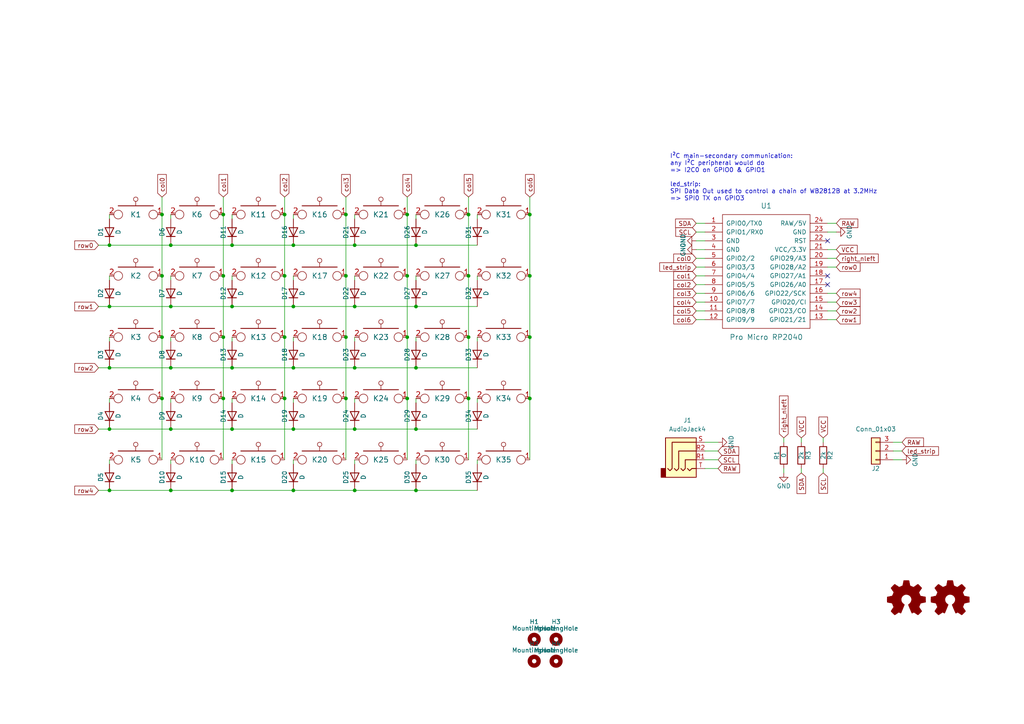
<source format=kicad_sch>
(kicad_sch (version 20211123) (generator eeschema)
  (paper "A4")
  (lib_symbols
    (symbol "Connector:AudioJack4"
      (property "Reference" "J" (at 0 8.89 0))
      (property "Value" "AudioJack4" (at 0 6.35 0))
      (symbol "AudioJack4_0_1"
        (rectangle (start -6.35 -5.08) (end -7.62 -7.62) (stroke (width 0.254)) (fill (type outline)))
        (polyline (pts (xy 0 -5.08) (xy 0.635 -5.715) (xy 1.27 -5.08) (xy 2.54 -5.08)) (stroke (width 0.254)))
        (polyline (pts (xy -5.715 -5.08) (xy -5.08 -5.715) (xy -4.445 -5.08) (xy -4.445 2.54) (xy 2.54 2.54)) (stroke (width 0.254)))
        (polyline (pts (xy -1.905 -5.08) (xy -1.27 -5.715) (xy -0.635 -5.08) (xy -0.635 -2.54) (xy 2.54 -2.54)) (stroke (width 0.254)))
        (polyline (pts (xy 2.54 0) (xy -2.54 0) (xy -2.54 -5.08) (xy -3.175 -5.715) (xy -3.81 -5.08)) (stroke (width 0.254)))
        (rectangle (start 2.54 3.81) (end -6.35 -7.62) (stroke (width 0.254)) (fill (type background)))
      )
      (symbol "AudioJack4_1_1"
        (pin passive line (at 5.08 -2.54 180) (length 2.54) (name "~") (number "R1"))
        (pin passive line (at 5.08 0 180) (length 2.54) (name "~") (number "R2"))
        (pin passive line (at 5.08 2.54 180) (length 2.54) (name "~") (number "S"))
        (pin passive line (at 5.08 -5.08 180) (length 2.54) (name "~") (number "T"))
      )
    )
    (symbol "Connector_Generic:Conn_01x03" (pin_names (offset 1.016) hide)
      (property "Reference" "J" (at 0 5.08 0))
      (property "Value" "Conn_01x03" (at 0 -5.08 0))
      (symbol "Conn_01x03_1_1"
        (rectangle (start -1.27 -2.413) (end 0 -2.667) (stroke (width 0.1524)))
        (rectangle (start -1.27 0.127) (end 0 -0.127) (stroke (width 0.1524)))
        (rectangle (start -1.27 2.667) (end 0 2.413) (stroke (width 0.1524)))
        (rectangle (start -1.27 3.81) (end 1.27 -3.81) (stroke (width 0.254)) (fill (type background)))
        (pin passive line (at -5.08 2.54 0) (length 3.81) (name "Pin_1") (number "1"))
        (pin passive line (at -5.08 0 0) (length 3.81) (name "Pin_2") (number "2"))
        (pin passive line (at -5.08 -2.54 0) (length 3.81) (name "Pin_3") (number "3"))
      )
    )
    (symbol "Device:D" (pin_numbers hide) (pin_names (offset 1.016) hide)
      (property "Reference" "D" (at 0 2.54 0))
      (property "Value" "D" (at 0 -2.54 0))
      (symbol "D_0_1"
        (polyline (pts (xy -1.27 1.27) (xy -1.27 -1.27)) (stroke (width 0.254)))
        (polyline (pts (xy 1.27 0) (xy -1.27 0)))
        (polyline (pts (xy 1.27 1.27) (xy 1.27 -1.27) (xy -1.27 0) (xy 1.27 1.27)) (stroke (width 0.254)))
      )
      (symbol "D_1_1"
        (pin passive line (at -3.81 0 0) (length 2.54) (name "K") (number "1"))
        (pin passive line (at 3.81 0 180) (length 2.54) (name "A") (number "2"))
      )
    )
    (symbol "Device:R" (pin_numbers hide) (pin_names (offset 0))
      (property "Reference" "R" (at 2.032 0 90))
      (property "Value" "R" (at 0 0 90))
      (symbol "R_0_1"
        (rectangle (start -1.016 -2.54) (end 1.016 2.54) (stroke (width 0.254)))
      )
      (symbol "R_1_1"
        (pin passive line (at 0 3.81 270) (length 1.27) (name "~") (number "1"))
        (pin passive line (at 0 -3.81 90) (length 1.27) (name "~") (number "2"))
      )
    )
    (symbol "Graphic:Logo_Open_Hardware_Small" (pin_names (offset 1.016))
      (symbol "Logo_Open_Hardware_Small_0_1"
        (polyline (pts (xy 3.3528 -4.3434) (xy 3.302 -4.318) (xy 3.175 -4.2418) (xy 2.9972 -4.1148) (xy 2.7686 -3.9624) (xy 2.54 -3.81) (xy 2.3622 -3.7084) (xy 2.2352 -3.6068) (xy 2.1844 -3.5814) (xy 2.159 -3.6068) (xy 2.0574 -3.6576) (xy 1.905 -3.7338) (xy 1.8034 -3.7846) (xy 1.6764 -3.8354) (xy 1.6002 -3.8354) (xy 1.6002 -3.8354) (xy 1.5494 -3.7338) (xy 1.4732 -3.5306) (xy 1.3462 -3.302) (xy 1.2446 -3.0226) (xy 1.1176 -2.7178) (xy 0.9652 -2.413) (xy 0.8636 -2.1082) (xy 0.7366 -1.8288) (xy 0.6604 -1.6256) (xy 0.6096 -1.4732) (xy 0.5842 -1.397) (xy 0.5842 -1.397) (xy 0.6604 -1.3208) (xy 0.7874 -1.2446) (xy 1.0414 -1.016) (xy 1.2954 -0.6858) (xy 1.4478 -0.3302) (xy 1.524 0.0762) (xy 1.4732 0.4572) (xy 1.3208 0.8128) (xy 1.0668 1.143) (xy 0.762 1.3716) (xy 0.4064 1.524) (xy 0 1.5748) (xy -0.381 1.5494) (xy -0.7366 1.397) (xy -1.0668 1.143) (xy -1.2192 0.9906) (xy -1.397 0.6604) (xy -1.524 0.3048) (xy -1.524 0.2286) (xy -1.4986 -0.1778) (xy -1.397 -0.5334) (xy -1.1938 -0.8636) (xy -0.9144 -1.143) (xy -0.8636 -1.1684) (xy -0.7366 -1.27) (xy -0.635 -1.3462) (xy -0.5842 -1.397) (xy -1.0668 -2.5908) (xy -1.143 -2.794) (xy -1.2954 -3.1242) (xy -1.397 -3.4036) (xy -1.4986 -3.6322) (xy -1.5748 -3.7846) (xy -1.6002 -3.8354) (xy -1.6002 -3.8354) (xy -1.651 -3.8354) (xy -1.7272 -3.81) (xy -1.905 -3.7338) (xy -2.0066 -3.683) (xy -2.1336 -3.6068) (xy -2.2098 -3.5814) (xy -2.2606 -3.6068) (xy -2.3622 -3.683) (xy -2.54 -3.81) (xy -2.7686 -3.9624) (xy -2.9718 -4.0894) (xy -3.1496 -4.2164) (xy -3.302 -4.318) (xy -3.3528 -4.3434) (xy -3.3782 -4.3434) (xy -3.429 -4.318) (xy -3.5306 -4.2164) (xy -3.7084 -4.064) (xy -3.937 -3.8354) (xy -3.9624 -3.81) (xy -4.1656 -3.6068) (xy -4.318 -3.4544) (xy -4.4196 -3.3274) (xy -4.445 -3.2766) (xy -4.445 -3.2766) (xy -4.4196 -3.2258) (xy -4.318 -3.0734) (xy -4.2164 -2.8956) (xy -4.064 -2.667) (xy -3.6576 -2.0828) (xy -3.8862 -1.5494) (xy -3.937 -1.3716) (xy -4.0386 -1.1684) (xy -4.0894 -1.0414) (xy -4.1148 -0.9652) (xy -4.191 -0.9398) (xy -4.318 -0.9144) (xy -4.5466 -0.8636) (xy -4.8006 -0.8128) (xy -5.0546 -0.7874) (xy -5.2578 -0.7366) (xy -5.4356 -0.7112) (xy -5.5118 -0.6858) (xy -5.5118 -0.6858) (xy -5.5372 -0.635) (xy -5.5372 -0.5588) (xy -5.5372 -0.4318) (xy -5.5626 -0.2286) (xy -5.5626 0.0762) (xy -5.5626 0.127) (xy -5.5372 0.4064) (xy -5.5372 0.635) (xy -5.5372 0.762) (xy -5.5372 0.8382) (xy -5.5372 0.8382) (xy -5.461 0.8382) (xy -5.3086 0.889) (xy -5.08 0.9144) (xy -4.826 0.9652) (xy -4.8006 0.9906) (xy -4.5466 1.0414) (xy -4.318 1.0668) (xy -4.1656 1.1176) (xy -4.0894 1.143) (xy -4.0894 1.143) (xy -4.0386 1.2446) (xy -3.9624 1.4224) (xy -3.8608 1.6256) (xy -3.7846 1.8288) (xy -3.7084 2.0066) (xy -3.6576 2.159) (xy -3.6322 2.2098) (xy -3.6322 2.2098) (xy -3.683 2.286) (xy -3.7592 2.413) (xy -3.8862 2.5908) (xy -4.064 2.8194) (xy -4.064 2.8448) (xy -4.2164 3.0734) (xy -4.3434 3.2512) (xy -4.4196 3.3782) (xy -4.445 3.4544) (xy -4.445 3.4544) (xy -4.3942 3.5052) (xy -4.2926 3.6322) (xy -4.1148 3.81) (xy -3.937 4.0132) (xy -3.8608 4.064) (xy -3.6576 4.2926) (xy -3.5052 4.4196) (xy -3.4036 4.4958) (xy -3.3528 4.5212) (xy -3.3528 4.5212) (xy -3.302 4.4704) (xy -3.1496 4.3688) (xy -2.9718 4.2418) (xy -2.7432 4.0894) (xy -2.7178 4.0894) (xy -2.4892 3.937) (xy -2.3114 3.81) (xy -2.1844 3.7084) (xy -2.1336 3.683) (xy -2.1082 3.683) (xy -2.032 3.7084) (xy -1.8542 3.7592) (xy -1.6764 3.8354) (xy -1.4732 3.937) (xy -1.27 4.0132) (xy -1.143 4.064) (xy -1.0668 4.1148) (xy -1.0668 4.1148) (xy -1.0414 4.191) (xy -1.016 4.3434) (xy -0.9652 4.572) (xy -0.9144 4.8514) (xy -0.889 4.9022) (xy -0.8382 5.1562) (xy -0.8128 5.3848) (xy -0.7874 5.5372) (xy -0.762 5.588) (xy -0.7112 5.6134) (xy -0.5842 5.6134) (xy -0.4064 5.6134) (xy -0.1524 5.6134) (xy 0.0762 5.6134) (xy 0.3302 5.6134) (xy 0.5334 5.6134) (xy 0.6858 5.588) (xy 0.7366 5.588) (xy 0.7366 5.588) (xy 0.762 5.5118) (xy 0.8128 5.334) (xy 0.8382 5.1054) (xy 0.9144 4.826) (xy 0.9144 4.7752) (xy 0.9652 4.5212) (xy 1.016 4.2926) (xy 1.0414 4.1402) (xy 1.0668 4.0894) (xy 1.0668 4.0894) (xy 1.1938 4.0386) (xy 1.3716 3.9624) (xy 1.5748 3.8608) (xy 2.0828 3.6576) (xy 2.7178 4.0894) (xy 2.7686 4.1402) (xy 2.9972 4.2926) (xy 3.175 4.4196) (xy 3.302 4.4958) (xy 3.3782 4.5212) (xy 3.3782 4.5212) (xy 3.429 4.4704) (xy 3.556 4.3434) (xy 3.7338 4.191) (xy 3.9116 3.9878) (xy 4.064 3.8354) (xy 4.2418 3.6576) (xy 4.3434 3.556) (xy 4.4196 3.4798) (xy 4.4196 3.429) (xy 4.4196 3.4036) (xy 4.3942 3.3274) (xy 4.2926 3.2004) (xy 4.1656 2.9972) (xy 4.0132 2.794) (xy 3.8862 2.5908) (xy 3.7592 2.3876) (xy 3.6576 2.2352) (xy 3.6322 2.159) (xy 3.6322 2.1336) (xy 3.683 2.0066) (xy 3.7592 1.8288) (xy 3.8608 1.6002) (xy 4.064 1.1176) (xy 4.3942 1.0414) (xy 4.5974 1.016) (xy 4.8768 0.9652) (xy 5.1308 0.9144) (xy 5.5372 0.8382) (xy 5.5626 -0.6604) (xy 5.4864 -0.6858) (xy 5.4356 -0.6858) (xy 5.2832 -0.7366) (xy 5.0546 -0.762) (xy 4.8006 -0.8128) (xy 4.5974 -0.8636) (xy 4.3688 -0.9144) (xy 4.2164 -0.9398) (xy 4.1402 -0.9398) (xy 4.1148 -0.9652) (xy 4.064 -1.0668) (xy 3.9878 -1.2446) (xy 3.9116 -1.4478) (xy 3.81 -1.651) (xy 3.7338 -1.8542) (xy 3.683 -2.0066) (xy 3.6576 -2.0828) (xy 3.683 -2.1336) (xy 3.7846 -2.2606) (xy 3.8862 -2.4638) (xy 4.0386 -2.667) (xy 4.191 -2.8956) (xy 4.318 -3.0734) (xy 4.3942 -3.2004) (xy 4.445 -3.2766) (xy 4.4196 -3.3274) (xy 4.3434 -3.429) (xy 4.1656 -3.5814) (xy 3.937 -3.8354) (xy 3.8862 -3.8608) (xy 3.683 -4.064) (xy 3.5306 -4.2164) (xy 3.4036 -4.318) (xy 3.3528 -4.3434)) (fill (type outline)))
      )
    )
    (symbol "Mechanical:MountingHole" (pin_names (offset 1.016))
      (property "Reference" "H" (at 0 5.08 0))
      (property "Value" "MountingHole" (at 0 3.175 0))
      (symbol "MountingHole_0_1"
        (circle (center 0 0) (radius 1.27) (stroke (width 1.27)))
      )
    )
    (symbol "power:GND" (power) (pin_names (offset 0))
      (property "Value" "GND" (at 0 -3.81 0))
      (symbol "GND_0_1"
        (polyline (pts (xy 0 0) (xy 0 -1.27) (xy 1.27 -1.27) (xy 0 -2.54) (xy -1.27 -1.27) (xy 0 -1.27)))
      )
      (symbol "GND_1_1"
        (pin power_in line (at 0 0 270) (length 0) hide (name "GND") (number "1"))
      )
    )
    (symbol "wilskeeb-parts:KEYSW" (pin_names (offset 1.016))
      (property "Reference" "K?" (at 0 0 0))
      (symbol "KEYSW_0_1"
        (circle (center -5.08 0) (radius 1.27))
        (polyline (pts (xy -5.08 2.54) (xy 5.08 2.54)) (stroke (width 0.254)))
        (polyline (pts (xy 0 2.54) (xy 0 3.81)) (stroke (width 0.1524)))
        (circle (center 0 4.445) (radius 0.635) (stroke (width 0.1524)))
        (circle (center 5.08 0) (radius 1.27))
      )
      (symbol "KEYSW_1_1"
        (pin passive line (at 7.62 0 180) (length 1.27) (name "~") (number "1"))
        (pin passive line (at -7.62 0 0) (length 1.27) (name "~") (number "2"))
      )
    )
    (symbol "wilskeeb-parts:Pro Micro RP2040" (pin_names (offset 1.016))
      (property "Reference" "U?" (at 0 24.13 0))
      (property "Value" "Pro Micro RP2040" (at 0 -13.97 0))
      (symbol "Pro Micro RP2040_0_1"
        (rectangle (start -12.7 21.59) (end 12.7 -11.43))
      )
      (symbol "Pro Micro RP2040_1_1"
        (pin bidirectional line (at -17.78 19.05 0) (length 5.08) (name "GPIO0/TX0") (number "1"))
        (pin bidirectional line (at -17.78 -3.81 0) (length 5.08) (name "GPIO7/7") (number "10"))
        (pin bidirectional line (at -17.78 -6.35 0) (length 5.08) (name "GPIO8/8") (number "11"))
        (pin bidirectional line (at -17.78 -8.89 0) (length 5.08) (name "GPIO9/9") (number "12"))
        (pin bidirectional line (at 17.78 -8.89 180) (length 5.08) (name "GPIO21/21") (number "13"))
        (pin bidirectional line (at 17.78 -6.35 180) (length 5.08) (name "GPIO23/CO") (number "14"))
        (pin bidirectional line (at 17.78 -3.81 180) (length 5.08) (name "GPIO20/CI") (number "15"))
        (pin bidirectional line (at 17.78 -1.27 180) (length 5.08) (name "GPIO22/SCK") (number "16"))
        (pin bidirectional line (at 17.78 1.27 180) (length 5.08) (name "GPIO26/A0") (number "17"))
        (pin bidirectional line (at 17.78 3.81 180) (length 5.08) (name "GPIO27/A1") (number "18"))
        (pin bidirectional line (at 17.78 6.35 180) (length 5.08) (name "GPIO28/A2") (number "19"))
        (pin bidirectional line (at -17.78 16.51 0) (length 5.08) (name "GPIO1/RX0") (number "2"))
        (pin bidirectional line (at 17.78 8.89 180) (length 5.08) (name "GPIO29/A3") (number "20"))
        (pin power_out line (at 17.78 11.43 180) (length 5.08) (name "VCC/3.3V") (number "21"))
        (pin input line (at 17.78 13.97 180) (length 5.08) (name "RST") (number "22"))
        (pin power_out line (at 17.78 16.51 180) (length 5.08) (name "GND") (number "23"))
        (pin power_out line (at 17.78 19.05 180) (length 5.08) (name "RAW/5V") (number "24"))
        (pin power_in line (at -17.78 13.97 0) (length 5.08) (name "GND") (number "3"))
        (pin power_in line (at -17.78 11.43 0) (length 5.08) (name "GND") (number "4"))
        (pin bidirectional line (at -17.78 8.89 0) (length 5.08) (name "GPIO2/2") (number "5"))
        (pin bidirectional line (at -17.78 6.35 0) (length 5.08) (name "GPIO3/3") (number "6"))
        (pin bidirectional line (at -17.78 3.81 0) (length 5.08) (name "GPIO4/4") (number "7"))
        (pin bidirectional line (at -17.78 1.27 0) (length 5.08) (name "GPIO5/5") (number "8"))
        (pin bidirectional line (at -17.78 -1.27 0) (length 5.08) (name "GPIO6/6") (number "9"))
      )
    )
  )
  (junction (at 153.67 115.57) (diameter 0.9144))
  (junction (at 120.65 142.24) (diameter 0.9144))
  (junction (at 153.67 80.01) (diameter 0.9144))
  (junction (at 49.53 106.68) (diameter 0.9144))
  (junction (at 118.11 97.79) (diameter 0.9144))
  (junction (at 135.89 62.23) (diameter 0.9144))
  (junction (at 153.67 62.23) (diameter 0.9144))
  (junction (at 82.55 115.57) (diameter 0.9144))
  (junction (at 85.09 124.46) (diameter 0.9144))
  (junction (at 85.09 88.9) (diameter 0.9144))
  (junction (at 82.55 80.01) (diameter 0.9144))
  (junction (at 31.75 124.46) (diameter 0.9144))
  (junction (at 67.31 106.68) (diameter 0.9144))
  (junction (at 64.77 80.01) (diameter 0.9144))
  (junction (at 118.11 115.57) (diameter 0.9144))
  (junction (at 67.31 71.12) (diameter 0.9144))
  (junction (at 85.09 142.24) (diameter 0.9144))
  (junction (at 100.33 80.01) (diameter 0.9144))
  (junction (at 49.53 124.46) (diameter 0.9144))
  (junction (at 31.75 106.68) (diameter 0.9144))
  (junction (at 102.87 106.68) (diameter 0.9144))
  (junction (at 67.31 142.24) (diameter 0.9144))
  (junction (at 102.87 142.24) (diameter 0.9144))
  (junction (at 46.99 80.01) (diameter 0.9144))
  (junction (at 102.87 124.46) (diameter 0.9144))
  (junction (at 120.65 124.46) (diameter 0.9144))
  (junction (at 118.11 80.01) (diameter 0.9144))
  (junction (at 49.53 88.9) (diameter 0.9144))
  (junction (at 49.53 71.12) (diameter 0.9144))
  (junction (at 82.55 62.23) (diameter 0.9144))
  (junction (at 64.77 97.79) (diameter 0.9144))
  (junction (at 120.65 106.68) (diameter 0.9144))
  (junction (at 85.09 106.68) (diameter 0.9144))
  (junction (at 135.89 115.57) (diameter 0.9144))
  (junction (at 100.33 97.79) (diameter 0.9144))
  (junction (at 100.33 115.57) (diameter 0.9144))
  (junction (at 100.33 62.23) (diameter 0.9144))
  (junction (at 31.75 88.9) (diameter 0.9144))
  (junction (at 118.11 62.23) (diameter 0.9144))
  (junction (at 31.75 142.24) (diameter 0.9144))
  (junction (at 64.77 62.23) (diameter 0.9144))
  (junction (at 102.87 71.12) (diameter 0.9144))
  (junction (at 135.89 97.79) (diameter 0.9144))
  (junction (at 82.55 97.79) (diameter 0.9144))
  (junction (at 135.89 80.01) (diameter 0.9144))
  (junction (at 85.09 71.12) (diameter 0.9144))
  (junction (at 31.75 71.12) (diameter 0.9144))
  (junction (at 46.99 115.57) (diameter 0.9144))
  (junction (at 64.77 115.57) (diameter 0.9144))
  (junction (at 46.99 97.79) (diameter 0.9144))
  (junction (at 67.31 124.46) (diameter 0.9144))
  (junction (at 67.31 88.9) (diameter 0.9144))
  (junction (at 102.87 88.9) (diameter 0.9144))
  (junction (at 46.99 62.23) (diameter 0.9144))
  (junction (at 49.53 142.24) (diameter 0.9144))
  (junction (at 120.65 71.12) (diameter 0.9144))
  (junction (at 120.65 88.9) (diameter 0.9144))
  (junction (at 153.67 97.79) (diameter 0.9144))
  (no_connect (at 240.03 69.85))
  (no_connect (at 240.03 80.01))
  (no_connect (at 240.03 82.55))
  (wire (pts (xy 232.41 128.27) (xy 232.41 127)))
  (wire (pts (xy 102.87 106.68) (xy 85.09 106.68)))
  (wire (pts (xy 67.31 133.35) (xy 67.31 134.62)))
  (wire (pts (xy 138.43 106.68) (xy 120.65 106.68)))
  (wire (pts (xy 201.93 87.63) (xy 204.47 87.63)))
  (wire (pts (xy 201.93 69.85) (xy 204.47 69.85)))
  (wire (pts (xy 49.53 142.24) (xy 67.31 142.24)))
  (wire (pts (xy 49.53 88.9) (xy 31.75 88.9)))
  (wire (pts (xy 49.53 115.57) (xy 49.53 116.84)))
  (wire (pts (xy 31.75 124.46) (xy 49.53 124.46)))
  (wire (pts (xy 204.47 82.55) (xy 201.93 82.55)))
  (wire (pts (xy 85.09 88.9) (xy 67.31 88.9)))
  (wire (pts (xy 82.55 57.15) (xy 82.55 62.23)))
  (wire (pts (xy 82.55 62.23) (xy 82.55 80.01)))
  (wire (pts (xy 82.55 80.01) (xy 82.55 97.79)))
  (wire (pts (xy 82.55 97.79) (xy 82.55 115.57)))
  (wire (pts (xy 82.55 115.57) (xy 82.55 133.35)))
  (wire (pts (xy 85.09 124.46) (xy 67.31 124.46)))
  (wire (pts (xy 240.03 72.39) (xy 242.57 72.39)))
  (wire (pts (xy 120.65 97.79) (xy 120.65 99.06)))
  (wire (pts (xy 31.75 80.01) (xy 31.75 81.28)))
  (wire (pts (xy 120.65 71.12) (xy 138.43 71.12)))
  (wire (pts (xy 259.08 130.81) (xy 261.62 130.81)))
  (wire (pts (xy 31.75 106.68) (xy 49.53 106.68)))
  (wire (pts (xy 49.53 97.79) (xy 49.53 99.06)))
  (wire (pts (xy 102.87 71.12) (xy 85.09 71.12)))
  (wire (pts (xy 28.575 124.46) (xy 31.75 124.46)))
  (wire (pts (xy 120.65 142.24) (xy 138.43 142.24)))
  (wire (pts (xy 240.03 67.31) (xy 242.57 67.31)))
  (wire (pts (xy 85.09 71.12) (xy 67.31 71.12)))
  (wire (pts (xy 227.33 127) (xy 227.33 128.27)))
  (wire (pts (xy 120.65 80.01) (xy 120.65 81.28)))
  (wire (pts (xy 85.09 115.57) (xy 85.09 116.84)))
  (wire (pts (xy 204.47 74.93) (xy 201.93 74.93)))
  (wire (pts (xy 238.76 137.16) (xy 238.76 135.89)))
  (wire (pts (xy 49.53 62.23) (xy 49.53 63.5)))
  (wire (pts (xy 120.65 106.68) (xy 102.87 106.68)))
  (wire (pts (xy 102.87 97.79) (xy 102.87 99.06)))
  (wire (pts (xy 204.47 85.09) (xy 201.93 85.09)))
  (wire (pts (xy 64.77 57.15) (xy 64.77 62.23)))
  (wire (pts (xy 64.77 62.23) (xy 64.77 80.01)))
  (wire (pts (xy 64.77 80.01) (xy 64.77 97.79)))
  (wire (pts (xy 64.77 97.79) (xy 64.77 115.57)))
  (wire (pts (xy 64.77 115.57) (xy 64.77 133.35)))
  (wire (pts (xy 227.33 137.16) (xy 227.33 135.89)))
  (wire (pts (xy 102.87 142.24) (xy 120.65 142.24)))
  (wire (pts (xy 208.28 128.27) (xy 204.47 128.27)))
  (wire (pts (xy 138.43 80.01) (xy 138.43 81.28)))
  (wire (pts (xy 102.87 115.57) (xy 102.87 116.84)))
  (wire (pts (xy 85.09 62.23) (xy 85.09 63.5)))
  (wire (pts (xy 28.575 106.68) (xy 31.75 106.68)))
  (wire (pts (xy 67.31 97.79) (xy 67.31 99.06)))
  (wire (pts (xy 201.93 92.71) (xy 204.47 92.71)))
  (wire (pts (xy 240.03 90.17) (xy 242.57 90.17)))
  (wire (pts (xy 49.53 133.35) (xy 49.53 134.62)))
  (wire (pts (xy 102.87 80.01) (xy 102.87 81.28)))
  (wire (pts (xy 120.65 133.35) (xy 120.65 134.62)))
  (wire (pts (xy 85.09 97.79) (xy 85.09 99.06)))
  (wire (pts (xy 120.65 88.9) (xy 138.43 88.9)))
  (wire (pts (xy 85.09 106.68) (xy 67.31 106.68)))
  (wire (pts (xy 31.75 97.79) (xy 31.75 99.06)))
  (wire (pts (xy 67.31 71.12) (xy 49.53 71.12)))
  (wire (pts (xy 232.41 137.16) (xy 232.41 135.89)))
  (wire (pts (xy 46.99 57.15) (xy 46.99 62.23)))
  (wire (pts (xy 46.99 62.23) (xy 46.99 80.01)))
  (wire (pts (xy 46.99 80.01) (xy 46.99 97.79)))
  (wire (pts (xy 46.99 97.79) (xy 46.99 115.57)))
  (wire (pts (xy 46.99 115.57) (xy 46.99 133.35)))
  (wire (pts (xy 261.62 128.27) (xy 259.08 128.27)))
  (wire (pts (xy 28.575 71.12) (xy 31.75 71.12)))
  (wire (pts (xy 85.09 133.35) (xy 85.09 134.62)))
  (wire (pts (xy 67.31 115.57) (xy 67.31 116.84)))
  (wire (pts (xy 204.47 130.81) (xy 208.28 130.81)))
  (wire (pts (xy 201.93 77.47) (xy 204.47 77.47)))
  (wire (pts (xy 85.09 80.01) (xy 85.09 81.28)))
  (wire (pts (xy 85.09 142.24) (xy 102.87 142.24)))
  (wire (pts (xy 240.03 87.63) (xy 242.57 87.63)))
  (wire (pts (xy 153.67 57.15) (xy 153.67 62.23)))
  (wire (pts (xy 153.67 62.23) (xy 153.67 80.01)))
  (wire (pts (xy 153.67 80.01) (xy 153.67 97.79)))
  (wire (pts (xy 153.67 97.79) (xy 153.67 115.57)))
  (wire (pts (xy 153.67 115.57) (xy 153.67 133.35)))
  (wire (pts (xy 204.47 67.31) (xy 201.93 67.31)))
  (wire (pts (xy 240.03 77.47) (xy 242.57 77.47)))
  (wire (pts (xy 67.31 106.68) (xy 49.53 106.68)))
  (wire (pts (xy 204.47 72.39) (xy 201.93 72.39)))
  (wire (pts (xy 204.47 90.17) (xy 201.93 90.17)))
  (wire (pts (xy 138.43 133.35) (xy 138.43 134.62)))
  (wire (pts (xy 259.08 133.35) (xy 261.62 133.35)))
  (wire (pts (xy 138.43 115.57) (xy 138.43 116.84)))
  (wire (pts (xy 31.75 133.35) (xy 31.75 134.62)))
  (wire (pts (xy 102.87 88.9) (xy 85.09 88.9)))
  (wire (pts (xy 31.75 142.24) (xy 49.53 142.24)))
  (wire (pts (xy 138.43 62.23) (xy 138.43 63.5)))
  (wire (pts (xy 138.43 97.79) (xy 138.43 99.06)))
  (wire (pts (xy 100.33 57.15) (xy 100.33 62.23)))
  (wire (pts (xy 100.33 62.23) (xy 100.33 80.01)))
  (wire (pts (xy 100.33 80.01) (xy 100.33 97.79)))
  (wire (pts (xy 100.33 97.79) (xy 100.33 115.57)))
  (wire (pts (xy 100.33 115.57) (xy 100.33 133.35)))
  (wire (pts (xy 102.87 124.46) (xy 85.09 124.46)))
  (wire (pts (xy 120.65 124.46) (xy 138.43 124.46)))
  (wire (pts (xy 208.28 135.89) (xy 204.47 135.89)))
  (wire (pts (xy 204.47 64.77) (xy 201.93 64.77)))
  (wire (pts (xy 240.03 85.09) (xy 242.57 85.09)))
  (wire (pts (xy 31.75 115.57) (xy 31.75 116.84)))
  (wire (pts (xy 102.87 71.12) (xy 120.65 71.12)))
  (wire (pts (xy 240.03 74.93) (xy 242.57 74.93)))
  (wire (pts (xy 238.76 128.27) (xy 238.76 127)))
  (wire (pts (xy 240.03 92.71) (xy 242.57 92.71)))
  (wire (pts (xy 49.53 71.12) (xy 31.75 71.12)))
  (wire (pts (xy 204.47 133.35) (xy 208.28 133.35)))
  (wire (pts (xy 120.65 62.23) (xy 120.65 63.5)))
  (wire (pts (xy 28.575 88.9) (xy 31.75 88.9)))
  (wire (pts (xy 120.65 124.46) (xy 102.87 124.46)))
  (wire (pts (xy 28.575 142.24) (xy 31.75 142.24)))
  (wire (pts (xy 102.87 88.9) (xy 120.65 88.9)))
  (wire (pts (xy 240.03 64.77) (xy 242.57 64.77)))
  (wire (pts (xy 135.89 57.15) (xy 135.89 62.23)))
  (wire (pts (xy 135.89 62.23) (xy 135.89 80.01)))
  (wire (pts (xy 135.89 80.01) (xy 135.89 97.79)))
  (wire (pts (xy 135.89 97.79) (xy 135.89 115.57)))
  (wire (pts (xy 135.89 115.57) (xy 135.89 133.35)))
  (wire (pts (xy 67.31 142.24) (xy 85.09 142.24)))
  (wire (pts (xy 120.65 115.57) (xy 120.65 116.84)))
  (wire (pts (xy 118.11 57.15) (xy 118.11 62.23)))
  (wire (pts (xy 118.11 62.23) (xy 118.11 80.01)))
  (wire (pts (xy 118.11 80.01) (xy 118.11 97.79)))
  (wire (pts (xy 118.11 97.79) (xy 118.11 115.57)))
  (wire (pts (xy 118.11 115.57) (xy 118.11 133.35)))
  (wire (pts (xy 67.31 88.9) (xy 49.53 88.9)))
  (wire (pts (xy 31.75 62.23) (xy 31.75 63.5)))
  (wire (pts (xy 49.53 80.01) (xy 49.53 81.28)))
  (wire (pts (xy 67.31 80.01) (xy 67.31 81.28)))
  (wire (pts (xy 67.31 124.46) (xy 49.53 124.46)))
  (wire (pts (xy 67.31 62.23) (xy 67.31 63.5)))
  (wire (pts (xy 102.87 62.23) (xy 102.87 63.5)))
  (wire (pts (xy 204.47 80.01) (xy 201.93 80.01)))
  (wire (pts (xy 102.87 133.35) (xy 102.87 134.62)))
  (text "I²C main-secondary communication:\nany I²C peripheral would do\n=> I2C0 on GPIO0 & GPIO1\n\nled_strip: \nSPI Data Out used to control a chain of WB2812B at 3.2MHz\n=> SPI0 TX on GPIO3" (at 194.31 58.42 0) (effects (font (size 1.27 1.27)) (justify left bottom)))
  (global_label "SCL" (shape input) (at 238.76 137.16 270) (property "Intersheet References" "${INTERSHEET_REFS}" (effects hide)))
  (global_label "SDA" (shape input) (at 208.28 130.81 0) (property "Intersheet References" "${INTERSHEET_REFS}" (effects hide)))
  (global_label "row0" (shape input) (at 28.575 71.12 180) (property "Intersheet References" "${INTERSHEET_REFS}" (effects hide)))
  (global_label "led_strip" (shape input) (at 201.93 77.47 180) (property "Intersheet References" "${INTERSHEET_REFS}" (effects hide)))
  (global_label "row0" (shape input) (at 242.57 77.47 0) (property "Intersheet References" "${INTERSHEET_REFS}" (effects hide)))
  (global_label "VCC" (shape input) (at 232.41 127 90) (property "Intersheet References" "${INTERSHEET_REFS}" (effects hide)))
  (global_label "col4" (shape input) (at 201.93 87.63 180) (property "Intersheet References" "${INTERSHEET_REFS}" (effects hide)))
  (global_label "SCL" (shape input) (at 201.93 67.31 180) (property "Intersheet References" "${INTERSHEET_REFS}" (effects hide)))
  (global_label "right_nleft" (shape input) (at 242.57 74.93 0) (property "Intersheet References" "${INTERSHEET_REFS}" (effects hide)))
  (global_label "col4" (shape input) (at 118.11 57.15 90) (property "Intersheet References" "${INTERSHEET_REFS}" (effects hide)))
  (global_label "row3" (shape input) (at 28.575 124.46 180) (property "Intersheet References" "${INTERSHEET_REFS}" (effects hide)))
  (global_label "VCC" (shape input) (at 242.57 72.39 0) (property "Intersheet References" "${INTERSHEET_REFS}" (effects hide)))
  (global_label "row4" (shape input) (at 28.575 142.24 180) (property "Intersheet References" "${INTERSHEET_REFS}" (effects hide)))
  (global_label "col5" (shape input) (at 135.89 57.15 90) (property "Intersheet References" "${INTERSHEET_REFS}" (effects hide)))
  (global_label "col1" (shape input) (at 64.77 57.15 90) (property "Intersheet References" "${INTERSHEET_REFS}" (effects hide)))
  (global_label "row4" (shape input) (at 242.57 85.09 0) (property "Intersheet References" "${INTERSHEET_REFS}" (effects hide)))
  (global_label "col5" (shape input) (at 201.93 90.17 180) (property "Intersheet References" "${INTERSHEET_REFS}" (effects hide)))
  (global_label "right_nleft" (shape input) (at 227.33 127 90) (property "Intersheet References" "${INTERSHEET_REFS}" (effects hide)))
  (global_label "row2" (shape input) (at 242.57 90.17 0) (property "Intersheet References" "${INTERSHEET_REFS}" (effects hide)))
  (global_label "col0" (shape input) (at 46.99 57.15 90) (property "Intersheet References" "${INTERSHEET_REFS}" (effects hide)))
  (global_label "row1" (shape input) (at 28.575 88.9 180) (property "Intersheet References" "${INTERSHEET_REFS}" (effects hide)))
  (global_label "row2" (shape input) (at 28.575 106.68 180) (property "Intersheet References" "${INTERSHEET_REFS}" (effects hide)))
  (global_label "col6" (shape input) (at 201.93 92.71 180) (property "Intersheet References" "${INTERSHEET_REFS}" (effects hide)))
  (global_label "RAW" (shape input) (at 208.28 135.89 0) (property "Intersheet References" "${INTERSHEET_REFS}" (effects hide)))
  (global_label "led_strip" (shape input) (at 261.62 130.81 0) (property "Intersheet References" "${INTERSHEET_REFS}" (effects hide)))
  (global_label "col3" (shape input) (at 201.93 85.09 180) (property "Intersheet References" "${INTERSHEET_REFS}" (effects hide)))
  (global_label "col0" (shape input) (at 201.93 74.93 180) (property "Intersheet References" "${INTERSHEET_REFS}" (effects hide)))
  (global_label "SDA" (shape input) (at 201.93 64.77 180) (property "Intersheet References" "${INTERSHEET_REFS}" (effects hide)))
  (global_label "col2" (shape input) (at 201.93 82.55 180) (property "Intersheet References" "${INTERSHEET_REFS}" (effects hide)))
  (global_label "RAW" (shape input) (at 242.57 64.77 0) (property "Intersheet References" "${INTERSHEET_REFS}" (effects hide)))
  (global_label "col3" (shape input) (at 100.33 57.15 90) (property "Intersheet References" "${INTERSHEET_REFS}" (effects hide)))
  (global_label "col6" (shape input) (at 153.67 57.15 90) (property "Intersheet References" "${INTERSHEET_REFS}" (effects hide)))
  (global_label "SCL" (shape input) (at 208.28 133.35 0) (property "Intersheet References" "${INTERSHEET_REFS}" (effects hide)))
  (global_label "row3" (shape input) (at 242.57 87.63 0) (property "Intersheet References" "${INTERSHEET_REFS}" (effects hide)))
  (global_label "VCC" (shape input) (at 238.76 127 90) (property "Intersheet References" "${INTERSHEET_REFS}" (effects hide)))
  (global_label "RAW" (shape input) (at 261.62 128.27 0) (property "Intersheet References" "${INTERSHEET_REFS}" (effects hide)))
  (global_label "col1" (shape input) (at 201.93 80.01 180) (property "Intersheet References" "${INTERSHEET_REFS}" (effects hide)))
  (global_label "SDA" (shape input) (at 232.41 137.16 270) (property "Intersheet References" "${INTERSHEET_REFS}" (effects hide)))
  (global_label "row1" (shape input) (at 242.57 92.71 0) (property "Intersheet References" "${INTERSHEET_REFS}" (effects hide)))
  (global_label "col2" (shape input) (at 82.55 57.15 90) (property "Intersheet References" "${INTERSHEET_REFS}" (effects hide)))
  (symbol (lib_id "wilskeeb-parts:Pro Micro RP2040") (at 222.25 83.82 0) (unit 1)
    (property "Reference" "U1" (at 222.25 59.69 0) (effects (font (size 1.524 1.524))))
    (property "Value" "Pro Micro RP2040" (at 222.25 97.79 0) (effects (font (size 1.524 1.524))))
    (property "Footprint" "wilskeeb-parts:ProMicro-Reversible" (effects hide))
    (property "Datasheet" "https://cdn.sparkfun.com/assets/e/2/7/6/b/ProMicroRP2040_Graphical_Datasheet.pdf" (effects hide))
  )
  (symbol (lib_id "wilskeeb-parts:KEYSW") (at 39.37 62.23 0) (unit 1)
    (property "Reference" "K1" (at 39.37 62.23 0) (effects (font (size 1.524 1.524))))
    (property "Value" "KEYSW" (effects hide))
    (property "Footprint" "wilskeeb-parts:PG1350-1u-Reversible" (effects hide))
  )
  (symbol (lib_id "Device:D") (at 31.75 67.31 90) (unit 1)
    (property "Reference" "D1" (at 29.21 67.31 0))
    (property "Value" "D" (at 34.29 67.31 0))
    (property "Footprint" "wilskeeb-parts:Diode-Hybrid-Reversible" (effects hide))
  )
  (symbol (lib_id "power:GND") (at 227.33 137.16 0) (unit 1)
    (property "Reference" "#PWR04" (effects hide))
    (property "Value" "GND" (at 227.33 140.97 0))
  )
  (symbol (lib_id "power:GND") (at 242.57 67.31 90) (unit 1)
    (property "Reference" "#PWR05" (effects hide))
    (property "Value" "GND" (at 246.38 67.31 0))
  )
  (symbol (lib_id "wilskeeb-parts:KEYSW") (at 57.15 62.23 0) (unit 1)
    (property "Reference" "K6" (at 57.15 62.23 0) (effects (font (size 1.524 1.524))))
    (property "Value" "KEYSW" (effects hide))
    (property "Footprint" "wilskeeb-parts:PG1350-1u-Reversible" (effects hide))
  )
  (symbol (lib_id "Device:D") (at 49.53 67.31 90) (unit 1)
    (property "Reference" "D6" (at 46.99 67.31 0))
    (property "Value" "D" (at 52.07 67.31 0))
    (property "Footprint" "wilskeeb-parts:Diode-Hybrid-Reversible" (effects hide))
  )
  (symbol (lib_id "wilskeeb-parts:KEYSW") (at 74.93 62.23 0) (unit 1)
    (property "Reference" "K11" (at 74.93 62.23 0) (effects (font (size 1.524 1.524))))
    (property "Value" "KEYSW" (effects hide))
    (property "Footprint" "wilskeeb-parts:PG1350-1u-Reversible" (effects hide))
  )
  (symbol (lib_id "Device:D") (at 67.31 67.31 90) (unit 1)
    (property "Reference" "D11" (at 64.77 67.31 0))
    (property "Value" "D" (at 69.85 67.31 0))
    (property "Footprint" "wilskeeb-parts:Diode-Hybrid-Reversible" (effects hide))
  )
  (symbol (lib_id "wilskeeb-parts:KEYSW") (at 92.71 62.23 0) (unit 1)
    (property "Reference" "K16" (at 92.71 62.23 0) (effects (font (size 1.524 1.524))))
    (property "Value" "KEYSW" (effects hide))
    (property "Footprint" "wilskeeb-parts:PG1350-1u-Reversible" (effects hide))
  )
  (symbol (lib_id "Device:D") (at 85.09 67.31 90) (unit 1)
    (property "Reference" "D16" (at 82.55 67.31 0))
    (property "Value" "D" (at 87.63 67.31 0))
    (property "Footprint" "wilskeeb-parts:Diode-Hybrid-Reversible" (effects hide))
  )
  (symbol (lib_id "wilskeeb-parts:KEYSW") (at 110.49 62.23 0) (unit 1)
    (property "Reference" "K21" (at 110.49 62.23 0) (effects (font (size 1.524 1.524))))
    (property "Value" "KEYSW" (effects hide))
    (property "Footprint" "wilskeeb-parts:PG1350-1u-Reversible" (effects hide))
  )
  (symbol (lib_id "Device:D") (at 102.87 67.31 90) (unit 1)
    (property "Reference" "D21" (at 100.33 67.31 0))
    (property "Value" "D" (at 105.41 67.31 0))
    (property "Footprint" "wilskeeb-parts:Diode-Hybrid-Reversible" (effects hide))
  )
  (symbol (lib_id "wilskeeb-parts:KEYSW") (at 128.27 62.23 0) (unit 1)
    (property "Reference" "K26" (at 128.27 62.23 0) (effects (font (size 1.524 1.524))))
    (property "Value" "KEYSW" (effects hide))
    (property "Footprint" "wilskeeb-parts:PG1350-1u-Reversible" (effects hide))
  )
  (symbol (lib_id "Device:D") (at 120.65 67.31 90) (unit 1)
    (property "Reference" "D26" (at 118.11 67.31 0))
    (property "Value" "D" (at 123.19 67.31 0))
    (property "Footprint" "wilskeeb-parts:Diode-Hybrid-Reversible" (effects hide))
  )
  (symbol (lib_id "wilskeeb-parts:KEYSW") (at 39.37 80.01 0) (unit 1)
    (property "Reference" "K2" (at 39.37 80.01 0) (effects (font (size 1.524 1.524))))
    (property "Value" "KEYSW" (effects hide))
    (property "Footprint" "wilskeeb-parts:PG1350-1u-Reversible" (effects hide))
  )
  (symbol (lib_id "Device:D") (at 31.75 85.09 90) (unit 1)
    (property "Reference" "D2" (at 29.21 85.09 0))
    (property "Value" "D" (at 34.29 85.09 0))
    (property "Footprint" "wilskeeb-parts:Diode-Hybrid-Reversible" (effects hide))
  )
  (symbol (lib_id "wilskeeb-parts:KEYSW") (at 57.15 80.01 0) (unit 1)
    (property "Reference" "K7" (at 57.15 80.01 0) (effects (font (size 1.524 1.524))))
    (property "Value" "KEYSW" (effects hide))
    (property "Footprint" "wilskeeb-parts:PG1350-1u-Reversible" (effects hide))
  )
  (symbol (lib_id "Device:D") (at 49.53 85.09 90) (unit 1)
    (property "Reference" "D7" (at 46.99 85.09 0))
    (property "Value" "D" (at 52.07 85.09 0))
    (property "Footprint" "wilskeeb-parts:Diode-Hybrid-Reversible" (effects hide))
  )
  (symbol (lib_id "wilskeeb-parts:KEYSW") (at 74.93 80.01 0) (unit 1)
    (property "Reference" "K12" (at 74.93 80.01 0) (effects (font (size 1.524 1.524))))
    (property "Value" "KEYSW" (effects hide))
    (property "Footprint" "wilskeeb-parts:PG1350-1u-Reversible" (effects hide))
  )
  (symbol (lib_id "Device:D") (at 67.31 85.09 90) (unit 1)
    (property "Reference" "D12" (at 64.77 85.09 0))
    (property "Value" "D" (at 69.85 85.09 0))
    (property "Footprint" "wilskeeb-parts:Diode-Hybrid-Reversible" (effects hide))
  )
  (symbol (lib_id "wilskeeb-parts:KEYSW") (at 92.71 80.01 0) (unit 1)
    (property "Reference" "K17" (at 92.71 80.01 0) (effects (font (size 1.524 1.524))))
    (property "Value" "KEYSW" (effects hide))
    (property "Footprint" "wilskeeb-parts:PG1350-1u-Reversible" (effects hide))
  )
  (symbol (lib_id "Device:D") (at 85.09 85.09 90) (unit 1)
    (property "Reference" "D17" (at 82.55 85.09 0))
    (property "Value" "D" (at 87.63 85.09 0))
    (property "Footprint" "wilskeeb-parts:Diode-Hybrid-Reversible" (effects hide))
  )
  (symbol (lib_id "wilskeeb-parts:KEYSW") (at 110.49 80.01 0) (unit 1)
    (property "Reference" "K22" (at 110.49 80.01 0) (effects (font (size 1.524 1.524))))
    (property "Value" "KEYSW" (effects hide))
    (property "Footprint" "wilskeeb-parts:PG1350-1u-Reversible" (effects hide))
  )
  (symbol (lib_id "Device:D") (at 102.87 85.09 90) (unit 1)
    (property "Reference" "D22" (at 100.33 85.09 0))
    (property "Value" "D" (at 105.41 85.09 0))
    (property "Footprint" "wilskeeb-parts:Diode-Hybrid-Reversible" (effects hide))
  )
  (symbol (lib_id "wilskeeb-parts:KEYSW") (at 128.27 80.01 0) (unit 1)
    (property "Reference" "K27" (at 128.27 80.01 0) (effects (font (size 1.524 1.524))))
    (property "Value" "KEYSW" (effects hide))
    (property "Footprint" "wilskeeb-parts:PG1350-1u-Reversible" (effects hide))
  )
  (symbol (lib_id "Device:D") (at 120.65 85.09 90) (unit 1)
    (property "Reference" "D27" (at 118.11 85.09 0))
    (property "Value" "D" (at 123.19 85.09 0))
    (property "Footprint" "wilskeeb-parts:Diode-Hybrid-Reversible" (effects hide))
  )
  (symbol (lib_id "wilskeeb-parts:KEYSW") (at 39.37 97.79 0) (unit 1)
    (property "Reference" "K3" (at 39.37 97.79 0) (effects (font (size 1.524 1.524))))
    (property "Value" "KEYSW" (effects hide))
    (property "Footprint" "wilskeeb-parts:PG1350-1u-Reversible" (effects hide))
  )
  (symbol (lib_id "Device:D") (at 31.75 102.87 90) (unit 1)
    (property "Reference" "D3" (at 29.21 102.87 0))
    (property "Value" "D" (at 34.29 102.87 0))
    (property "Footprint" "wilskeeb-parts:Diode-Hybrid-Reversible" (effects hide))
  )
  (symbol (lib_id "wilskeeb-parts:KEYSW") (at 57.15 97.79 0) (unit 1)
    (property "Reference" "K8" (at 57.15 97.79 0) (effects (font (size 1.524 1.524))))
    (property "Value" "KEYSW" (effects hide))
    (property "Footprint" "wilskeeb-parts:PG1350-1u-Reversible" (effects hide))
  )
  (symbol (lib_id "Device:D") (at 49.53 102.87 90) (unit 1)
    (property "Reference" "D8" (at 46.99 102.87 0))
    (property "Value" "D" (at 52.07 102.87 0))
    (property "Footprint" "wilskeeb-parts:Diode-Hybrid-Reversible" (effects hide))
  )
  (symbol (lib_id "wilskeeb-parts:KEYSW") (at 74.93 97.79 0) (unit 1)
    (property "Reference" "K13" (at 74.93 97.79 0) (effects (font (size 1.524 1.524))))
    (property "Value" "KEYSW" (effects hide))
    (property "Footprint" "wilskeeb-parts:PG1350-1u-Reversible" (effects hide))
  )
  (symbol (lib_id "Device:D") (at 67.31 102.87 90) (unit 1)
    (property "Reference" "D13" (at 64.77 102.87 0))
    (property "Value" "D" (at 69.85 102.87 0))
    (property "Footprint" "wilskeeb-parts:Diode-Hybrid-Reversible" (effects hide))
  )
  (symbol (lib_id "wilskeeb-parts:KEYSW") (at 92.71 97.79 0) (unit 1)
    (property "Reference" "K18" (at 92.71 97.79 0) (effects (font (size 1.524 1.524))))
    (property "Value" "KEYSW" (effects hide))
    (property "Footprint" "wilskeeb-parts:PG1350-1u-Reversible" (effects hide))
  )
  (symbol (lib_id "Device:D") (at 85.09 102.87 90) (unit 1)
    (property "Reference" "D18" (at 82.55 102.87 0))
    (property "Value" "D" (at 87.63 102.87 0))
    (property "Footprint" "wilskeeb-parts:Diode-Hybrid-Reversible" (effects hide))
  )
  (symbol (lib_id "wilskeeb-parts:KEYSW") (at 110.49 97.79 0) (unit 1)
    (property "Reference" "K23" (at 110.49 97.79 0) (effects (font (size 1.524 1.524))))
    (property "Value" "KEYSW" (effects hide))
    (property "Footprint" "wilskeeb-parts:PG1350-1u-Reversible" (effects hide))
  )
  (symbol (lib_id "Device:D") (at 102.87 102.87 90) (unit 1)
    (property "Reference" "D23" (at 100.33 102.87 0))
    (property "Value" "D" (at 105.41 102.87 0))
    (property "Footprint" "wilskeeb-parts:Diode-Hybrid-Reversible" (effects hide))
  )
  (symbol (lib_id "wilskeeb-parts:KEYSW") (at 128.27 97.79 0) (unit 1)
    (property "Reference" "K28" (at 128.27 97.79 0) (effects (font (size 1.524 1.524))))
    (property "Value" "KEYSW" (effects hide))
    (property "Footprint" "wilskeeb-parts:PG1350-1u-Reversible" (effects hide))
  )
  (symbol (lib_id "Device:D") (at 120.65 102.87 90) (unit 1)
    (property "Reference" "D28" (at 118.11 102.87 0))
    (property "Value" "D" (at 123.19 102.87 0))
    (property "Footprint" "wilskeeb-parts:Diode-Hybrid-Reversible" (effects hide))
  )
  (symbol (lib_id "wilskeeb-parts:KEYSW") (at 39.37 115.57 0) (unit 1)
    (property "Reference" "K4" (at 39.37 115.57 0) (effects (font (size 1.524 1.524))))
    (property "Value" "KEYSW" (effects hide))
    (property "Footprint" "wilskeeb-parts:PG1350-1u-Reversible" (effects hide))
  )
  (symbol (lib_id "Device:D") (at 31.75 120.65 90) (unit 1)
    (property "Reference" "D4" (at 29.21 120.65 0))
    (property "Value" "D" (at 34.29 120.65 0))
    (property "Footprint" "wilskeeb-parts:Diode-Hybrid-Reversible" (effects hide))
  )
  (symbol (lib_id "wilskeeb-parts:KEYSW") (at 57.15 115.57 0) (unit 1)
    (property "Reference" "K9" (at 57.15 115.57 0) (effects (font (size 1.524 1.524))))
    (property "Value" "KEYSW" (effects hide))
    (property "Footprint" "wilskeeb-parts:PG1350-1u-Reversible" (effects hide))
  )
  (symbol (lib_id "Device:D") (at 49.53 120.65 90) (unit 1)
    (property "Reference" "D9" (at 46.99 120.65 0))
    (property "Value" "D" (at 52.07 120.65 0))
    (property "Footprint" "wilskeeb-parts:Diode-Hybrid-Reversible" (effects hide))
  )
  (symbol (lib_id "wilskeeb-parts:KEYSW") (at 74.93 115.57 0) (unit 1)
    (property "Reference" "K14" (at 74.93 115.57 0) (effects (font (size 1.524 1.524))))
    (property "Value" "KEYSW" (effects hide))
    (property "Footprint" "wilskeeb-parts:PG1350-1u-Reversible" (effects hide))
  )
  (symbol (lib_id "Device:D") (at 67.31 120.65 90) (unit 1)
    (property "Reference" "D14" (at 64.77 120.65 0))
    (property "Value" "D" (at 69.85 120.65 0))
    (property "Footprint" "wilskeeb-parts:Diode-Hybrid-Reversible" (effects hide))
  )
  (symbol (lib_id "wilskeeb-parts:KEYSW") (at 92.71 115.57 0) (unit 1)
    (property "Reference" "K19" (at 92.71 115.57 0) (effects (font (size 1.524 1.524))))
    (property "Value" "KEYSW" (effects hide))
    (property "Footprint" "wilskeeb-parts:PG1350-1u-Reversible" (effects hide))
  )
  (symbol (lib_id "Device:D") (at 85.09 120.65 90) (unit 1)
    (property "Reference" "D19" (at 82.55 120.65 0))
    (property "Value" "D" (at 87.63 120.65 0))
    (property "Footprint" "wilskeeb-parts:Diode-Hybrid-Reversible" (effects hide))
  )
  (symbol (lib_id "wilskeeb-parts:KEYSW") (at 110.49 115.57 0) (unit 1)
    (property "Reference" "K24" (at 110.49 115.57 0) (effects (font (size 1.524 1.524))))
    (property "Value" "KEYSW" (effects hide))
    (property "Footprint" "wilskeeb-parts:PG1350-1u-Reversible" (effects hide))
  )
  (symbol (lib_id "Device:D") (at 102.87 120.65 90) (unit 1)
    (property "Reference" "D24" (at 100.33 120.65 0))
    (property "Value" "D" (at 105.41 120.65 0))
    (property "Footprint" "wilskeeb-parts:Diode-Hybrid-Reversible" (effects hide))
  )
  (symbol (lib_id "wilskeeb-parts:KEYSW") (at 128.27 115.57 0) (unit 1)
    (property "Reference" "K29" (at 128.27 115.57 0) (effects (font (size 1.524 1.524))))
    (property "Value" "KEYSW" (effects hide))
    (property "Footprint" "wilskeeb-parts:PG1350-1u-Reversible" (effects hide))
  )
  (symbol (lib_id "Device:D") (at 120.65 120.65 90) (unit 1)
    (property "Reference" "D29" (at 118.11 120.65 0))
    (property "Value" "D" (at 123.19 120.65 0))
    (property "Footprint" "wilskeeb-parts:Diode-Hybrid-Reversible" (effects hide))
  )
  (symbol (lib_id "wilskeeb-parts:KEYSW") (at 39.37 133.35 0) (unit 1)
    (property "Reference" "K5" (at 39.37 133.35 0) (effects (font (size 1.524 1.524))))
    (property "Value" "KEYSW" (effects hide))
    (property "Footprint" "wilskeeb-parts:PG1350-1u-Reversible" (effects hide))
  )
  (symbol (lib_id "Device:D") (at 31.75 138.43 90) (unit 1)
    (property "Reference" "D5" (at 29.21 138.43 0))
    (property "Value" "D" (at 34.29 138.43 0))
    (property "Footprint" "wilskeeb-parts:Diode-Hybrid-Reversible" (effects hide))
  )
  (symbol (lib_id "wilskeeb-parts:KEYSW") (at 57.15 133.35 0) (unit 1)
    (property "Reference" "K10" (at 57.15 133.35 0) (effects (font (size 1.524 1.524))))
    (property "Value" "KEYSW" (effects hide))
    (property "Footprint" "wilskeeb-parts:PG1350-1u-Reversible" (effects hide))
  )
  (symbol (lib_id "Device:D") (at 49.53 138.43 90) (unit 1)
    (property "Reference" "D10" (at 46.99 138.43 0))
    (property "Value" "D" (at 52.07 138.43 0))
    (property "Footprint" "wilskeeb-parts:Diode-Hybrid-Reversible" (effects hide))
  )
  (symbol (lib_id "wilskeeb-parts:KEYSW") (at 74.93 133.35 0) (unit 1)
    (property "Reference" "K15" (at 74.93 133.35 0) (effects (font (size 1.524 1.524))))
    (property "Value" "KEYSW" (effects hide))
    (property "Footprint" "wilskeeb-parts:PG1350-1u-Reversible" (effects hide))
  )
  (symbol (lib_id "Device:D") (at 67.31 138.43 90) (unit 1)
    (property "Reference" "D15" (at 64.77 138.43 0))
    (property "Value" "D" (at 69.85 138.43 0))
    (property "Footprint" "wilskeeb-parts:Diode-Hybrid-Reversible" (effects hide))
  )
  (symbol (lib_id "wilskeeb-parts:KEYSW") (at 92.71 133.35 0) (unit 1)
    (property "Reference" "K20" (at 92.71 133.35 0) (effects (font (size 1.524 1.524))))
    (property "Value" "KEYSW" (effects hide))
    (property "Footprint" "wilskeeb-parts:PG1350-1u-Reversible" (effects hide))
  )
  (symbol (lib_id "Device:D") (at 85.09 138.43 90) (unit 1)
    (property "Reference" "D20" (at 82.55 138.43 0))
    (property "Value" "D" (at 87.63 138.43 0))
    (property "Footprint" "wilskeeb-parts:Diode-Hybrid-Reversible" (effects hide))
  )
  (symbol (lib_id "wilskeeb-parts:KEYSW") (at 110.49 133.35 0) (unit 1)
    (property "Reference" "K25" (at 110.49 133.35 0) (effects (font (size 1.524 1.524))))
    (property "Value" "KEYSW" (effects hide))
    (property "Footprint" "wilskeeb-parts:PG1350-1u-Reversible" (effects hide))
  )
  (symbol (lib_id "Device:D") (at 102.87 138.43 90) (unit 1)
    (property "Reference" "D25" (at 100.33 138.43 0))
    (property "Value" "D" (at 105.41 138.43 0))
    (property "Footprint" "wilskeeb-parts:Diode-Hybrid-Reversible" (effects hide))
  )
  (symbol (lib_id "wilskeeb-parts:KEYSW") (at 128.27 133.35 0) (unit 1)
    (property "Reference" "K30" (at 128.27 133.35 0) (effects (font (size 1.524 1.524))))
    (property "Value" "KEYSW" (effects hide))
    (property "Footprint" "wilskeeb-parts:PG1350-1u-Reversible" (effects hide))
  )
  (symbol (lib_id "Device:D") (at 120.65 138.43 90) (unit 1)
    (property "Reference" "D30" (at 118.11 138.43 0))
    (property "Value" "D" (at 123.19 138.43 0))
    (property "Footprint" "wilskeeb-parts:Diode-Hybrid-Reversible" (effects hide))
  )
  (symbol (lib_id "Device:R") (at 227.33 132.08 180) (unit 1)
    (property "Reference" "R1" (at 225.298 132.08 90))
    (property "Value" "0" (at 227.33 132.08 90))
    (property "Footprint" "wilskeeb-parts:Resistor-Hybrid-Reversible" (effects hide))
  )
  (symbol (lib_id "Connector:AudioJack4") (at 199.39 130.81 0) (unit 1)
    (property "Reference" "J1" (at 199.39 121.92 0))
    (property "Value" "AudioJack4" (at 199.39 124.46 0))
    (property "Footprint" "wilskeeb-parts:Jack_3.5mm_TRRS_PJ320D_Reversible" (effects hide))
  )
  (symbol (lib_id "Graphic:Logo_Open_Hardware_Small") (at 275.59 173.99 0) (unit 1)
    (property "Reference" "#LOGO2" (effects hide))
    (property "Value" "Logo_Open_Hardware_Small" (effects hide))
    (property "Footprint" "Symbol:OSHW-Logo2_9.8x8mm_SilkScreen" (effects hide))
  )
  (symbol (lib_id "Mechanical:MountingHole") (at 161.29 191.77 0) (unit 1)
    (property "Reference" "H4" (at 161.29 186.69 0))
    (property "Value" "MountingHole" (at 161.29 188.595 0))
    (property "Footprint" "MountingHole:MountingHole_3.2mm_M3_ISO14580" (effects hide))
  )
  (symbol (lib_id "Connector_Generic:Conn_01x03") (at 254 130.81 180) (unit 1)
    (property "Reference" "J2" (at 254 135.89 0))
    (property "Value" "Conn_01x03" (at 254 124.46 0))
    (property "Footprint" "wilskeeb-parts:PinHeader_1x03_P2.54mm_Horizontal" (effects hide))
  )
  (symbol (lib_id "Mechanical:MountingHole") (at 161.29 185.42 0) (unit 1)
    (property "Reference" "H3" (at 161.29 180.34 0))
    (property "Value" "MountingHole" (at 161.29 182.245 0))
    (property "Footprint" "MountingHole:MountingHole_3.2mm_M3_ISO14580" (effects hide))
  )
  (symbol (lib_id "Mechanical:MountingHole") (at 154.94 191.77 0) (unit 1)
    (property "Reference" "H2" (at 154.94 186.69 0))
    (property "Value" "MountingHole" (at 154.94 188.595 0))
    (property "Footprint" "MountingHole:MountingHole_3.2mm_M3_ISO14580" (effects hide))
  )
  (symbol (lib_id "Mechanical:MountingHole") (at 154.94 185.42 0) (unit 1)
    (property "Reference" "H1" (at 154.94 180.34 0))
    (property "Value" "MountingHole" (at 154.94 182.245 0))
    (property "Footprint" "MountingHole:MountingHole_3.2mm_M3_ISO14580" (effects hide))
  )
  (symbol (lib_id "power:GND") (at 261.62 133.35 90) (unit 1)
    (property "Reference" "#PWR06" (effects hide))
    (property "Value" "GND" (at 265.43 133.35 0))
  )
  (symbol (lib_id "power:GND") (at 201.93 69.85 270) (unit 1)
    (property "Reference" "#PWR01" (effects hide))
    (property "Value" "GND" (at 198.12 69.85 0))
  )
  (symbol (lib_id "power:GND") (at 201.93 72.39 270) (unit 1)
    (property "Reference" "#PWR02" (effects hide))
    (property "Value" "GND" (at 198.12 72.39 0))
  )
  (symbol (lib_id "wilskeeb-parts:KEYSW") (at 146.05 62.23 0) (unit 1)
    (property "Reference" "K31" (at 146.05 62.23 0) (effects (font (size 1.524 1.524))))
    (property "Value" "KEYSW" (effects hide))
    (property "Footprint" "wilskeeb-parts:PG1350-1u-Reversible" (effects hide))
  )
  (symbol (lib_id "Device:D") (at 138.43 67.31 90) (unit 1)
    (property "Reference" "D31" (at 135.89 67.31 0))
    (property "Value" "D" (at 140.97 67.31 0))
    (property "Footprint" "wilskeeb-parts:Diode-Hybrid-Reversible" (effects hide))
  )
  (symbol (lib_id "wilskeeb-parts:KEYSW") (at 146.05 80.01 0) (unit 1)
    (property "Reference" "K32" (at 146.05 80.01 0) (effects (font (size 1.524 1.524))))
    (property "Value" "KEYSW" (effects hide))
    (property "Footprint" "wilskeeb-parts:PG1350-1u-Reversible" (effects hide))
  )
  (symbol (lib_id "Device:D") (at 138.43 85.09 90) (unit 1)
    (property "Reference" "D32" (at 135.89 85.09 0))
    (property "Value" "D" (at 140.97 85.09 0))
    (property "Footprint" "wilskeeb-parts:Diode-Hybrid-Reversible" (effects hide))
  )
  (symbol (lib_id "wilskeeb-parts:KEYSW") (at 146.05 97.79 0) (unit 1)
    (property "Reference" "K33" (at 146.05 97.79 0) (effects (font (size 1.524 1.524))))
    (property "Value" "KEYSW" (effects hide))
    (property "Footprint" "wilskeeb-parts:PG1350-1u-Reversible" (effects hide))
  )
  (symbol (lib_id "Device:D") (at 138.43 102.87 90) (unit 1)
    (property "Reference" "D33" (at 135.89 102.87 0))
    (property "Value" "D" (at 140.97 102.87 0))
    (property "Footprint" "wilskeeb-parts:Diode-Hybrid-Reversible" (effects hide))
  )
  (symbol (lib_id "wilskeeb-parts:KEYSW") (at 146.05 115.57 0) (unit 1)
    (property "Reference" "K34" (at 146.05 115.57 0) (effects (font (size 1.524 1.524))))
    (property "Value" "KEYSW" (effects hide))
    (property "Footprint" "wilskeeb-parts:PG1350-1u-Reversible" (effects hide))
  )
  (symbol (lib_id "Device:D") (at 138.43 120.65 90) (unit 1)
    (property "Reference" "D34" (at 135.89 120.65 0))
    (property "Value" "D" (at 140.97 120.65 0))
    (property "Footprint" "wilskeeb-parts:Diode-Hybrid-Reversible" (effects hide))
  )
  (symbol (lib_id "wilskeeb-parts:KEYSW") (at 146.05 133.35 0) (unit 1)
    (property "Reference" "K35" (at 146.05 133.35 0) (effects (font (size 1.524 1.524))))
    (property "Value" "KEYSW" (effects hide))
    (property "Footprint" "wilskeeb-parts:PG1350-1u-Reversible" (effects hide))
  )
  (symbol (lib_id "Device:D") (at 138.43 138.43 90) (unit 1)
    (property "Reference" "D35" (at 135.89 138.43 0))
    (property "Value" "D" (at 140.97 138.43 0))
    (property "Footprint" "wilskeeb-parts:Diode-Hybrid-Reversible" (effects hide))
  )
  (symbol (lib_id "power:GND") (at 208.28 128.27 90) (unit 1)
    (property "Reference" "#PWR03" (effects hide))
    (property "Value" "GND" (at 212.09 128.27 0))
  )
  (symbol (lib_id "Device:R") (at 238.76 132.08 0) (unit 1)
    (property "Reference" "R2" (at 240.792 132.08 90))
    (property "Value" "2k" (at 238.76 132.08 90))
    (property "Footprint" "wilskeeb-parts:Resistor-Hybrid-Reversible" (effects hide))
  )
  (symbol (lib_id "Graphic:Logo_Open_Hardware_Small") (at 262.89 173.99 0) (unit 1)
    (property "Reference" "#LOGO1" (effects hide))
    (property "Value" "Logo_Open_Hardware_Small" (effects hide))
    (property "Footprint" "Symbol:OSHW-Logo2_9.8x8mm_SilkScreen" (effects hide))
  )
  (symbol (lib_id "Device:R") (at 232.41 132.08 0) (unit 1)
    (property "Reference" "R3" (at 234.442 132.08 90))
    (property "Value" "2k" (at 232.41 132.08 90))
    (property "Footprint" "wilskeeb-parts:Resistor-Hybrid-Reversible" (effects hide))
  )
)
</source>
